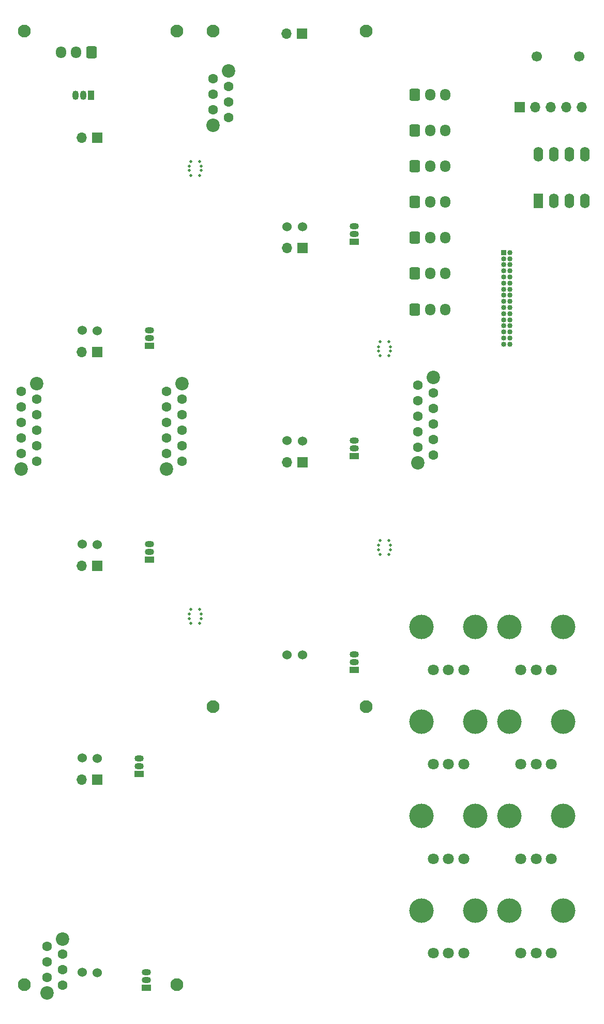
<source format=gbr>
%TF.GenerationSoftware,KiCad,Pcbnew,8.0.0*%
%TF.CreationDate,2025-03-21T10:21:52+01:00*%
%TF.ProjectId,MuseMatrix_Core,4d757365-4d61-4747-9269-785f436f7265,rev?*%
%TF.SameCoordinates,Original*%
%TF.FileFunction,Soldermask,Bot*%
%TF.FilePolarity,Negative*%
%FSLAX46Y46*%
G04 Gerber Fmt 4.6, Leading zero omitted, Abs format (unit mm)*
G04 Created by KiCad (PCBNEW 8.0.0) date 2025-03-21 10:21:52*
%MOMM*%
%LPD*%
G01*
G04 APERTURE LIST*
G04 Aperture macros list*
%AMRoundRect*
0 Rectangle with rounded corners*
0 $1 Rounding radius*
0 $2 $3 $4 $5 $6 $7 $8 $9 X,Y pos of 4 corners*
0 Add a 4 corners polygon primitive as box body*
4,1,4,$2,$3,$4,$5,$6,$7,$8,$9,$2,$3,0*
0 Add four circle primitives for the rounded corners*
1,1,$1+$1,$2,$3*
1,1,$1+$1,$4,$5*
1,1,$1+$1,$6,$7*
1,1,$1+$1,$8,$9*
0 Add four rect primitives between the rounded corners*
20,1,$1+$1,$2,$3,$4,$5,0*
20,1,$1+$1,$4,$5,$6,$7,0*
20,1,$1+$1,$6,$7,$8,$9,0*
20,1,$1+$1,$8,$9,$2,$3,0*%
G04 Aperture macros list end*
%ADD10C,2.200000*%
%ADD11C,1.600000*%
%ADD12R,1.700000X1.700000*%
%ADD13O,1.700000X1.700000*%
%ADD14C,0.500000*%
%ADD15C,4.000000*%
%ADD16C,1.800000*%
%ADD17R,1.500000X1.050000*%
%ADD18O,1.500000X1.050000*%
%ADD19RoundRect,0.250000X-0.600000X-0.725000X0.600000X-0.725000X0.600000X0.725000X-0.600000X0.725000X0*%
%ADD20O,1.700000X1.950000*%
%ADD21C,2.100000*%
%ADD22C,1.524000*%
%ADD23C,1.700000*%
%ADD24R,1.050000X1.500000*%
%ADD25O,1.050000X1.500000*%
%ADD26R,1.600000X2.400000*%
%ADD27O,1.600000X2.400000*%
%ADD28O,0.850000X0.850000*%
%ADD29R,0.850000X0.850000*%
%ADD30RoundRect,0.250000X0.600000X0.725000X-0.600000X0.725000X-0.600000X-0.725000X0.600000X-0.725000X0*%
G04 APERTURE END LIST*
D10*
%TO.C,J5*%
X91997664Y-74200000D03*
X89457664Y-88160000D03*
D11*
X89457664Y-75460000D03*
X89457664Y-78000000D03*
X89457664Y-80540000D03*
X89457664Y-83080000D03*
X89457664Y-85620000D03*
X91997664Y-76740000D03*
X91997664Y-79260000D03*
X91997664Y-81820000D03*
X91997664Y-84340000D03*
X91997664Y-86900000D03*
%TD*%
D12*
%TO.C,J4*%
X106130000Y-30000000D03*
D13*
X108670000Y-30000000D03*
X111210000Y-30000000D03*
X113750000Y-30000000D03*
X116290000Y-30000000D03*
%TD*%
D14*
%TO.C,mouse-bite-1mm-slot*%
X83250000Y-103150000D03*
X84750000Y-103150000D03*
X83000000Y-102350000D03*
X85000000Y-102350000D03*
X83000000Y-101650000D03*
X85000000Y-101650000D03*
X83250000Y-100850000D03*
X84750000Y-100850000D03*
%TD*%
%TO.C,mouse-bite-1mm-slot*%
X83250000Y-70650000D03*
X84750000Y-70650000D03*
X83000000Y-69850000D03*
X85000000Y-69850000D03*
X83000000Y-69150000D03*
X85000000Y-69150000D03*
X83250000Y-68350000D03*
X84750000Y-68350000D03*
%TD*%
%TO.C,mouse-bite-1mm-slot*%
X52250000Y-114400000D03*
X53750000Y-114400000D03*
X52000000Y-113600000D03*
X54000000Y-113600000D03*
X52000000Y-112900000D03*
X54000000Y-112900000D03*
X52250000Y-112100000D03*
X53750000Y-112100000D03*
%TD*%
%TO.C,mouse-bite-1mm-slot*%
X52000000Y-39650000D03*
X53750000Y-41150000D03*
X53750000Y-38850000D03*
X52250000Y-41150000D03*
X52000000Y-40350000D03*
X52250000Y-38850000D03*
X54000000Y-40350000D03*
X54000000Y-39650000D03*
%TD*%
D15*
%TO.C,RV5*%
X90057664Y-130450000D03*
X98857664Y-130450000D03*
D16*
X96957664Y-137450000D03*
X94457664Y-137450000D03*
X91957664Y-137450000D03*
%TD*%
D12*
%TO.C,D6*%
X70542336Y-53025000D03*
D13*
X68002336Y-53025000D03*
%TD*%
D17*
%TO.C,Q6*%
X79042336Y-87025000D03*
D18*
X79042336Y-85755000D03*
X79042336Y-84485000D03*
%TD*%
D11*
%TO.C,J17*%
X31270000Y-173580000D03*
X31270000Y-171040000D03*
X31270000Y-168500000D03*
X28730000Y-172300000D03*
X28730000Y-169780000D03*
X28730000Y-167240000D03*
D10*
X28730000Y-174840000D03*
X31270000Y-166010000D03*
%TD*%
D19*
%TO.C,J10*%
X88957664Y-51350000D03*
D20*
X91457664Y-51350000D03*
X93957664Y-51350000D03*
%TD*%
D17*
%TO.C,Q5*%
X79042336Y-52025000D03*
D18*
X79042336Y-50755000D03*
X79042336Y-49485000D03*
%TD*%
D21*
%TO.C,H4*%
X25000000Y-173500000D03*
%TD*%
D17*
%TO.C,Q1*%
X45500000Y-69000000D03*
D18*
X45500000Y-67730000D03*
X45500000Y-66460000D03*
%TD*%
D19*
%TO.C,J9*%
X88957664Y-45500000D03*
D20*
X91457664Y-45500000D03*
X93957664Y-45500000D03*
%TD*%
D10*
%TO.C,J13*%
X27040000Y-75200000D03*
X24500000Y-89160000D03*
D11*
X24500000Y-76460000D03*
X24500000Y-79000000D03*
X24500000Y-81540000D03*
X24500000Y-84080000D03*
X24500000Y-86620000D03*
X27040000Y-77740000D03*
X27040000Y-80260000D03*
X27040000Y-82820000D03*
X27040000Y-85340000D03*
X27040000Y-87900000D03*
%TD*%
D17*
%TO.C,Q7*%
X79042336Y-122025000D03*
D18*
X79042336Y-120755000D03*
X79042336Y-119485000D03*
%TD*%
D12*
%TO.C,D7*%
X70542336Y-88025000D03*
D13*
X68002336Y-88025000D03*
%TD*%
D22*
%TO.C,R20*%
X68042336Y-49525000D03*
X70542336Y-49575000D03*
%TD*%
%TO.C,R12*%
X34500000Y-171500000D03*
X37000000Y-171550000D03*
%TD*%
D21*
%TO.C,H7*%
X55957664Y-128000000D03*
%TD*%
D19*
%TO.C,J12*%
X88957664Y-63050000D03*
D20*
X91457664Y-63050000D03*
X93957664Y-63050000D03*
%TD*%
D19*
%TO.C,J8*%
X88957664Y-39650000D03*
D20*
X91457664Y-39650000D03*
X93957664Y-39650000D03*
%TD*%
D23*
%TO.C,J14*%
X115900000Y-21700000D03*
X108900000Y-21700000D03*
%TD*%
D11*
%TO.C,J18*%
X58457664Y-31655000D03*
X58457664Y-29115000D03*
X58457664Y-26575000D03*
X55917664Y-30375000D03*
X55917664Y-27855000D03*
X55917664Y-25315000D03*
D10*
X55917664Y-32915000D03*
X58457664Y-24085000D03*
%TD*%
D15*
%TO.C,RV1*%
X90057664Y-161350000D03*
X98857664Y-161350000D03*
D16*
X96957664Y-168350000D03*
X94457664Y-168350000D03*
X91957664Y-168350000D03*
%TD*%
D10*
%TO.C,J3*%
X50856252Y-75213251D03*
X48316252Y-89173251D03*
D11*
X48316252Y-76473251D03*
X48316252Y-79013251D03*
X48316252Y-81553251D03*
X48316252Y-84093251D03*
X48316252Y-86633251D03*
X50856252Y-77753251D03*
X50856252Y-80273251D03*
X50856252Y-82833251D03*
X50856252Y-85353251D03*
X50856252Y-87913251D03*
%TD*%
D17*
%TO.C,Q4*%
X45000000Y-174000000D03*
D18*
X45000000Y-172730000D03*
X45000000Y-171460000D03*
%TD*%
D22*
%TO.C,R21*%
X68042336Y-84525000D03*
X70542336Y-84575000D03*
%TD*%
D19*
%TO.C,J11*%
X88957664Y-57200000D03*
D20*
X91457664Y-57200000D03*
X93957664Y-57200000D03*
%TD*%
D21*
%TO.C,H8*%
X80957664Y-128000000D03*
%TD*%
D15*
%TO.C,RV4*%
X104407664Y-145900000D03*
X113207664Y-145900000D03*
D16*
X111307664Y-152900000D03*
X108807664Y-152900000D03*
X106307664Y-152900000D03*
%TD*%
D22*
%TO.C,R2*%
X34500000Y-66500000D03*
X37000000Y-66550000D03*
%TD*%
D12*
%TO.C,D4*%
X37000000Y-140000000D03*
D13*
X34460000Y-140000000D03*
%TD*%
D21*
%TO.C,H2*%
X50000000Y-17500000D03*
%TD*%
D24*
%TO.C,Q8*%
X35960000Y-28000000D03*
D25*
X34690000Y-28000000D03*
X33420000Y-28000000D03*
%TD*%
D17*
%TO.C,Q3*%
X43860000Y-139000000D03*
D18*
X43860000Y-137730000D03*
X43860000Y-136460000D03*
%TD*%
D12*
%TO.C,D2*%
X37000000Y-70000000D03*
D13*
X34460000Y-70000000D03*
%TD*%
D12*
%TO.C,D1*%
X37000000Y-35000000D03*
D13*
X34460000Y-35000000D03*
%TD*%
D22*
%TO.C,R22*%
X68042336Y-119525000D03*
X70542336Y-119575000D03*
%TD*%
D12*
%TO.C,D5*%
X70500000Y-18000000D03*
D13*
X67960000Y-18000000D03*
%TD*%
D21*
%TO.C,H3*%
X50000000Y-173500000D03*
%TD*%
D22*
%TO.C,R11*%
X37000000Y-136500000D03*
X34500000Y-136450000D03*
%TD*%
D15*
%TO.C,RV8*%
X104407664Y-115000000D03*
X113207664Y-115000000D03*
D16*
X111307664Y-122000000D03*
X108807664Y-122000000D03*
X106307664Y-122000000D03*
%TD*%
D15*
%TO.C,RV2*%
X104407664Y-161350000D03*
X113207664Y-161350000D03*
D16*
X111307664Y-168350000D03*
X108807664Y-168350000D03*
X106307664Y-168350000D03*
%TD*%
D15*
%TO.C,RV7*%
X90057664Y-115000000D03*
X98857664Y-115000000D03*
D16*
X96957664Y-122000000D03*
X94457664Y-122000000D03*
X91957664Y-122000000D03*
%TD*%
D17*
%TO.C,Q2*%
X45500000Y-104000000D03*
D18*
X45500000Y-102730000D03*
X45500000Y-101460000D03*
%TD*%
D22*
%TO.C,R6*%
X37000000Y-101500000D03*
X34500000Y-101450000D03*
%TD*%
D20*
%TO.C,J6*%
X93957664Y-27950000D03*
X91457664Y-27950000D03*
D19*
X88957664Y-27950000D03*
%TD*%
D26*
%TO.C,U4*%
X109200000Y-45325000D03*
D27*
X111740000Y-45325000D03*
X114280000Y-45325000D03*
X116820000Y-45325000D03*
X116820000Y-37705000D03*
X114280000Y-37705000D03*
X111740000Y-37705000D03*
X109200000Y-37705000D03*
%TD*%
D12*
%TO.C,D3*%
X37000000Y-105000000D03*
D13*
X34460000Y-105000000D03*
%TD*%
D28*
%TO.C,J1*%
X104500000Y-68750000D03*
X103500000Y-68750000D03*
X104500000Y-67750000D03*
X103500000Y-67750000D03*
X104500000Y-66750000D03*
X103500000Y-66750000D03*
X104500000Y-65750000D03*
X103500000Y-65750000D03*
X104500000Y-64750000D03*
X103500000Y-64750000D03*
X104500000Y-63750000D03*
X103500000Y-63750000D03*
X104500000Y-62750000D03*
X103500000Y-62750000D03*
X104500000Y-61750000D03*
X103500000Y-61750000D03*
X104500000Y-60750000D03*
X103500000Y-60750000D03*
X104500000Y-59750000D03*
X103500000Y-59750000D03*
X104500000Y-58750000D03*
X103500000Y-58750000D03*
X104500000Y-57750000D03*
X103500000Y-57750000D03*
X104500000Y-56750000D03*
X103500000Y-56750000D03*
X104500000Y-55750000D03*
X103500000Y-55750000D03*
X104500000Y-54750000D03*
X103500000Y-54750000D03*
X104500000Y-53750000D03*
D29*
X103500000Y-53750000D03*
%TD*%
D15*
%TO.C,RV3*%
X90057664Y-145900000D03*
X98857664Y-145900000D03*
D16*
X96957664Y-152900000D03*
X94457664Y-152900000D03*
X91957664Y-152900000D03*
%TD*%
D15*
%TO.C,RV6*%
X104407664Y-130450000D03*
X113207664Y-130450000D03*
D16*
X111307664Y-137450000D03*
X108807664Y-137450000D03*
X106307664Y-137450000D03*
%TD*%
D19*
%TO.C,J7*%
X88957664Y-33800000D03*
D20*
X91457664Y-33800000D03*
X93957664Y-33800000D03*
%TD*%
D21*
%TO.C,H5*%
X55957664Y-17500000D03*
%TD*%
%TO.C,H1*%
X25000000Y-17500000D03*
%TD*%
%TO.C,H6*%
X80957664Y-17500000D03*
%TD*%
D30*
%TO.C,J2*%
X36000000Y-21000000D03*
D20*
X33500000Y-21000000D03*
X31000000Y-21000000D03*
%TD*%
M02*

</source>
